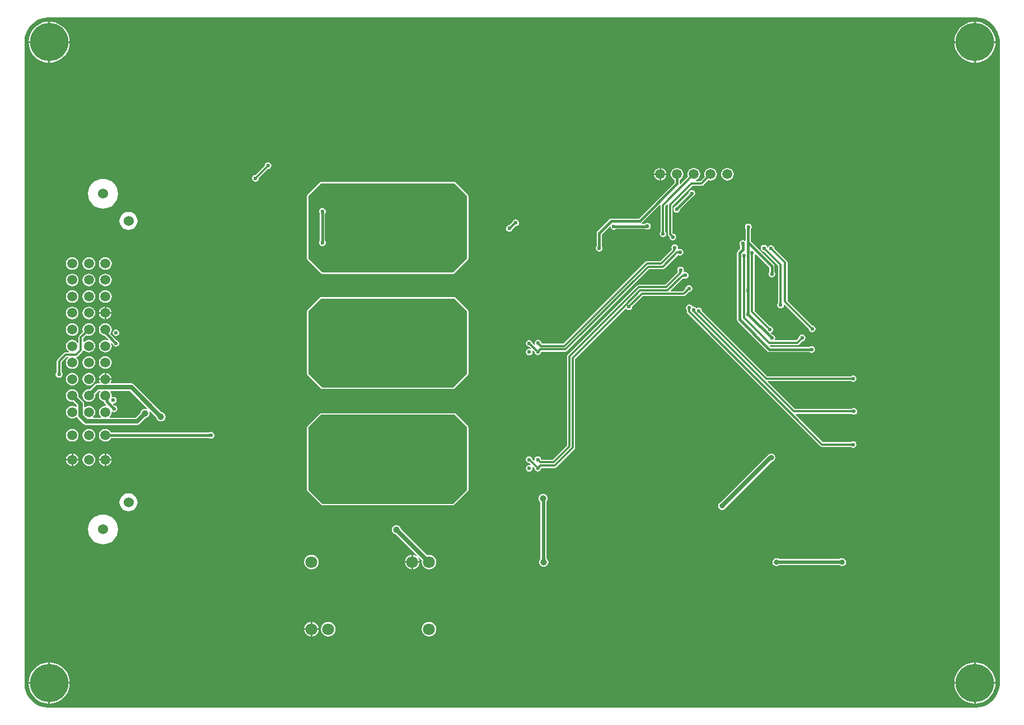
<source format=gbl>
G04*
G04 #@! TF.GenerationSoftware,Altium Limited,Altium Designer,22.2.1 (43)*
G04*
G04 Layer_Physical_Order=2*
G04 Layer_Color=16711680*
%FSAX44Y44*%
%MOMM*%
G71*
G04*
G04 #@! TF.SameCoordinates,153B5C95-5CF5-4743-8735-2B8DBF92E26D*
G04*
G04*
G04 #@! TF.FilePolarity,Positive*
G04*
G01*
G75*
%ADD59C,0.7000*%
%ADD60C,0.3810*%
%ADD61C,0.3000*%
%ADD62C,0.5000*%
%ADD63C,1.5000*%
%ADD64C,1.5240*%
%ADD65C,1.8000*%
%ADD66C,5.8000*%
%ADD67C,0.8000*%
%ADD68C,1.0000*%
%ADD69C,0.6000*%
G36*
X01947322Y01546810D02*
X01952064Y01545540D01*
X01956600Y01543661D01*
X01960851Y01541206D01*
X01964746Y01538218D01*
X01968218Y01534746D01*
X01971206Y01530851D01*
X01973661Y01526600D01*
X01975540Y01522064D01*
X01976810Y01517322D01*
X01977451Y01512455D01*
Y01510000D01*
Y00540000D01*
Y00537545D01*
X01976810Y00532678D01*
X01975540Y00527936D01*
X01973661Y00523400D01*
X01971206Y00519149D01*
X01968218Y00515254D01*
X01964746Y00511782D01*
X01960851Y00508794D01*
X01956600Y00506339D01*
X01952064Y00504460D01*
X01947322Y00503190D01*
X01942455Y00502549D01*
X00537545D01*
X00532678Y00503190D01*
X00527936Y00504460D01*
X00523400Y00506339D01*
X00519149Y00508794D01*
X00515254Y00511782D01*
X00511782Y00515254D01*
X00508794Y00519149D01*
X00506339Y00523400D01*
X00504460Y00527936D01*
X00503190Y00532678D01*
X00502549Y00537545D01*
Y00540000D01*
Y01510000D01*
Y01512455D01*
X00503190Y01517322D01*
X00504460Y01522064D01*
X00506339Y01526600D01*
X00508794Y01530851D01*
X00511782Y01534746D01*
X00515254Y01538218D01*
X00519149Y01541206D01*
X00523400Y01543661D01*
X00527936Y01545540D01*
X00532678Y01546810D01*
X00537545Y01547451D01*
X01942455D01*
X01947322Y01546810D01*
D02*
G37*
%LPC*%
G36*
X01941270Y01540996D02*
Y01511270D01*
X01970996D01*
X01970713Y01514865D01*
X01969574Y01519609D01*
X01967707Y01524117D01*
X01965157Y01528278D01*
X01961988Y01531988D01*
X01958278Y01535157D01*
X01954117Y01537707D01*
X01949609Y01539574D01*
X01944865Y01540713D01*
X01941270Y01540996D01*
D02*
G37*
G36*
X01938730D02*
X01935136Y01540713D01*
X01930391Y01539574D01*
X01925883Y01537707D01*
X01921722Y01535157D01*
X01918012Y01531988D01*
X01914843Y01528278D01*
X01912293Y01524117D01*
X01910426Y01519609D01*
X01909287Y01514865D01*
X01909004Y01511270D01*
X01938730D01*
Y01540996D01*
D02*
G37*
G36*
X00541270D02*
Y01511270D01*
X00570996D01*
X00570713Y01514865D01*
X00569574Y01519609D01*
X00567707Y01524117D01*
X00565157Y01528278D01*
X00561988Y01531988D01*
X00558278Y01535157D01*
X00554117Y01537707D01*
X00549609Y01539574D01*
X00544865Y01540713D01*
X00541270Y01540996D01*
D02*
G37*
G36*
X00538730D02*
X00535136Y01540713D01*
X00530391Y01539574D01*
X00525883Y01537707D01*
X00521722Y01535157D01*
X00518012Y01531988D01*
X00514843Y01528278D01*
X00512293Y01524117D01*
X00510426Y01519609D01*
X00509287Y01514865D01*
X00509004Y01511270D01*
X00538730D01*
Y01540996D01*
D02*
G37*
G36*
X01970996Y01508730D02*
X01941270D01*
Y01479004D01*
X01944865Y01479287D01*
X01949609Y01480426D01*
X01954117Y01482293D01*
X01958278Y01484843D01*
X01961988Y01488012D01*
X01965157Y01491722D01*
X01967707Y01495883D01*
X01969574Y01500391D01*
X01970713Y01505135D01*
X01970996Y01508730D01*
D02*
G37*
G36*
X01938730D02*
X01909004D01*
X01909287Y01505135D01*
X01910426Y01500391D01*
X01912293Y01495883D01*
X01914843Y01491722D01*
X01918012Y01488012D01*
X01921722Y01484843D01*
X01925883Y01482293D01*
X01930391Y01480426D01*
X01935136Y01479287D01*
X01938730Y01479004D01*
Y01508730D01*
D02*
G37*
G36*
X00570996D02*
X00541270D01*
Y01479004D01*
X00544865Y01479287D01*
X00549609Y01480426D01*
X00554117Y01482293D01*
X00558278Y01484843D01*
X00561988Y01488012D01*
X00565157Y01491722D01*
X00567707Y01495883D01*
X00569574Y01500391D01*
X00570713Y01505135D01*
X00570996Y01508730D01*
D02*
G37*
G36*
X00538730D02*
X00509004D01*
X00509287Y01505135D01*
X00510426Y01500391D01*
X00512293Y01495883D01*
X00514843Y01491722D01*
X00518012Y01488012D01*
X00521722Y01484843D01*
X00525883Y01482293D01*
X00530391Y01480426D01*
X00535136Y01479287D01*
X00538730Y01479004D01*
Y01508730D01*
D02*
G37*
G36*
X00871000Y01328098D02*
X00869049Y01327710D01*
X00867395Y01326605D01*
X00866290Y01324951D01*
X00865902Y01323000D01*
X00865911Y01322957D01*
X00852043Y01309090D01*
X00852000Y01309098D01*
X00850049Y01308710D01*
X00848395Y01307605D01*
X00847290Y01305951D01*
X00846902Y01304000D01*
X00847290Y01302049D01*
X00848395Y01300395D01*
X00850049Y01299290D01*
X00852000Y01298902D01*
X00853951Y01299290D01*
X00855605Y01300395D01*
X00856710Y01302049D01*
X00857098Y01304000D01*
X00857089Y01304043D01*
X00870957Y01317910D01*
X00871000Y01317902D01*
X00872951Y01318290D01*
X00874605Y01319395D01*
X00875710Y01321049D01*
X00876098Y01323000D01*
X00875710Y01324951D01*
X00874605Y01326605D01*
X00872951Y01327710D01*
X00871000Y01328098D01*
D02*
G37*
G36*
X01465470Y01319415D02*
Y01311270D01*
X01473615D01*
X01473455Y01312480D01*
X01472498Y01314791D01*
X01470975Y01316775D01*
X01468991Y01318298D01*
X01466680Y01319256D01*
X01465470Y01319415D01*
D02*
G37*
G36*
X01462930D02*
X01461720Y01319256D01*
X01459409Y01318298D01*
X01457424Y01316775D01*
X01455902Y01314791D01*
X01454944Y01312480D01*
X01454785Y01311270D01*
X01462930D01*
Y01319415D01*
D02*
G37*
G36*
X01473615Y01308730D02*
X01465470D01*
Y01300585D01*
X01466680Y01300744D01*
X01468991Y01301702D01*
X01470975Y01303224D01*
X01472498Y01305209D01*
X01473455Y01307520D01*
X01473615Y01308730D01*
D02*
G37*
G36*
X01462930D02*
X01454785D01*
X01454944Y01307520D01*
X01455902Y01305209D01*
X01457424Y01303224D01*
X01459409Y01301702D01*
X01461720Y01300744D01*
X01462930Y01300585D01*
Y01308730D01*
D02*
G37*
G36*
X01565800Y01319582D02*
X01563320Y01319256D01*
X01561009Y01318298D01*
X01559025Y01316775D01*
X01557502Y01314791D01*
X01556544Y01312480D01*
X01556218Y01310000D01*
X01556544Y01307520D01*
X01557502Y01305209D01*
X01559025Y01303224D01*
X01561009Y01301702D01*
X01563320Y01300744D01*
X01565800Y01300418D01*
X01568280Y01300744D01*
X01570591Y01301702D01*
X01572575Y01303224D01*
X01574098Y01305209D01*
X01575055Y01307520D01*
X01575382Y01310000D01*
X01575055Y01312480D01*
X01574098Y01314791D01*
X01572575Y01316775D01*
X01570591Y01318298D01*
X01568280Y01319256D01*
X01565800Y01319582D01*
D02*
G37*
G36*
X01540400D02*
X01537920Y01319256D01*
X01535609Y01318298D01*
X01533625Y01316775D01*
X01532102Y01314791D01*
X01531145Y01312480D01*
X01530818Y01310000D01*
X01531145Y01307520D01*
X01531651Y01306298D01*
X01525103Y01299750D01*
X01518398D01*
X01518145Y01301020D01*
X01519791Y01301702D01*
X01521775Y01303224D01*
X01523298Y01305209D01*
X01524255Y01307520D01*
X01524582Y01310000D01*
X01524255Y01312480D01*
X01523298Y01314791D01*
X01521775Y01316775D01*
X01519791Y01318298D01*
X01517480Y01319256D01*
X01515000Y01319582D01*
X01512520Y01319256D01*
X01510209Y01318298D01*
X01508224Y01316775D01*
X01506702Y01314791D01*
X01505744Y01312480D01*
X01505418Y01310000D01*
X01505744Y01307520D01*
X01506251Y01306298D01*
X01494708Y01294755D01*
X01493538Y01295381D01*
X01493582Y01295600D01*
Y01301366D01*
X01494391Y01301702D01*
X01496375Y01303224D01*
X01497898Y01305209D01*
X01498855Y01307520D01*
X01499182Y01310000D01*
X01498855Y01312480D01*
X01497898Y01314791D01*
X01496375Y01316775D01*
X01494391Y01318298D01*
X01492080Y01319256D01*
X01489600Y01319582D01*
X01487120Y01319256D01*
X01484809Y01318298D01*
X01482825Y01316775D01*
X01481302Y01314791D01*
X01480345Y01312480D01*
X01480018Y01310000D01*
X01480345Y01307520D01*
X01481302Y01305209D01*
X01482825Y01303224D01*
X01484809Y01301702D01*
X01485618Y01301366D01*
Y01297249D01*
X01431351Y01242981D01*
X01390000D01*
X01388476Y01242678D01*
X01387185Y01241815D01*
X01369185Y01223815D01*
X01368322Y01222524D01*
X01368018Y01221000D01*
Y01201041D01*
X01367290Y01199951D01*
X01366902Y01198000D01*
X01367290Y01196049D01*
X01368395Y01194395D01*
X01370049Y01193290D01*
X01372000Y01192902D01*
X01373951Y01193290D01*
X01375605Y01194395D01*
X01376710Y01196049D01*
X01377098Y01198000D01*
X01376710Y01199951D01*
X01375981Y01201041D01*
Y01219351D01*
X01387724Y01231094D01*
X01388989Y01230562D01*
X01389290Y01229049D01*
X01390395Y01227395D01*
X01392049Y01226290D01*
X01394000Y01225902D01*
X01395951Y01226290D01*
X01397265Y01227169D01*
X01441884D01*
X01442749Y01226590D01*
X01444700Y01226202D01*
X01446651Y01226590D01*
X01448305Y01227695D01*
X01449410Y01229349D01*
X01449798Y01231300D01*
X01449410Y01233251D01*
X01448305Y01234905D01*
X01446651Y01236010D01*
X01444700Y01236398D01*
X01442749Y01236010D01*
X01441434Y01235132D01*
X01436523D01*
X01436236Y01235559D01*
X01436032Y01236402D01*
X01463552Y01263922D01*
X01464723Y01263296D01*
X01464722Y01263290D01*
Y01223580D01*
X01464685Y01223556D01*
X01463580Y01221902D01*
X01463192Y01219951D01*
X01463580Y01218000D01*
X01464685Y01216346D01*
X01466339Y01215241D01*
X01468290Y01214853D01*
X01470241Y01215241D01*
X01471895Y01216346D01*
X01473000Y01218000D01*
X01473388Y01219951D01*
X01473000Y01221902D01*
X01471895Y01223556D01*
X01471859Y01223580D01*
Y01261812D01*
X01474204Y01264157D01*
X01474356Y01264138D01*
X01475431Y01263589D01*
Y01219257D01*
X01475703Y01217892D01*
X01476477Y01216734D01*
X01477953Y01215257D01*
X01477902Y01215000D01*
X01478290Y01213049D01*
X01479395Y01211395D01*
X01481049Y01210290D01*
X01483000Y01209902D01*
X01484951Y01210290D01*
X01486605Y01211395D01*
X01487710Y01213049D01*
X01488098Y01215000D01*
X01487710Y01216951D01*
X01486605Y01218605D01*
X01484951Y01219710D01*
X01483257Y01220047D01*
X01482569Y01220736D01*
Y01262522D01*
X01512659Y01292613D01*
X01526581D01*
X01527947Y01292885D01*
X01529105Y01293658D01*
X01536698Y01301251D01*
X01537920Y01300744D01*
X01540400Y01300418D01*
X01542880Y01300744D01*
X01545191Y01301702D01*
X01547175Y01303224D01*
X01548698Y01305209D01*
X01549655Y01307520D01*
X01549982Y01310000D01*
X01549655Y01312480D01*
X01548698Y01314791D01*
X01547175Y01316775D01*
X01545191Y01318298D01*
X01542880Y01319256D01*
X01540400Y01319582D01*
D02*
G37*
G36*
X00621500Y01303109D02*
X00617089Y01302674D01*
X00612848Y01301388D01*
X00608939Y01299299D01*
X00605513Y01296487D01*
X00602701Y01293061D01*
X00600612Y01289152D01*
X00599326Y01284911D01*
X00598891Y01280500D01*
X00599326Y01276089D01*
X00600612Y01271848D01*
X00602701Y01267939D01*
X00605513Y01264513D01*
X00608939Y01261701D01*
X00612848Y01259612D01*
X00617089Y01258326D01*
X00621500Y01257891D01*
X00625911Y01258326D01*
X00630152Y01259612D01*
X00634061Y01261701D01*
X00637487Y01264513D01*
X00640299Y01267939D01*
X00642388Y01271848D01*
X00643674Y01276089D01*
X00644109Y01280500D01*
X00643674Y01284911D01*
X00642388Y01289152D01*
X00640299Y01293061D01*
X00637487Y01296487D01*
X00634061Y01299299D01*
X00630152Y01301388D01*
X00625911Y01302674D01*
X00621500Y01303109D01*
D02*
G37*
G36*
X01512000Y01286098D02*
X01510049Y01285710D01*
X01508395Y01284605D01*
X01507290Y01282951D01*
X01506910Y01281041D01*
X01487711Y01261842D01*
X01487049Y01261710D01*
X01485395Y01260605D01*
X01484290Y01258951D01*
X01483902Y01257000D01*
X01484290Y01255049D01*
X01485395Y01253395D01*
X01487049Y01252290D01*
X01489000Y01251902D01*
X01490951Y01252290D01*
X01492605Y01253395D01*
X01493710Y01255049D01*
X01494090Y01256959D01*
X01513289Y01276159D01*
X01513951Y01276290D01*
X01515605Y01277395D01*
X01516710Y01279049D01*
X01517098Y01281000D01*
X01516710Y01282951D01*
X01515605Y01284605D01*
X01513951Y01285710D01*
X01512000Y01286098D01*
D02*
G37*
G36*
X01245574Y01241524D02*
X01243623Y01241136D01*
X01241969Y01240031D01*
X01240864Y01238377D01*
X01240606Y01237079D01*
X01236522Y01232994D01*
X01236000Y01233098D01*
X01234049Y01232710D01*
X01232395Y01231605D01*
X01231290Y01229951D01*
X01230902Y01228000D01*
X01231290Y01226049D01*
X01232395Y01224395D01*
X01234049Y01223290D01*
X01236000Y01222902D01*
X01237951Y01223290D01*
X01239605Y01224395D01*
X01240710Y01226049D01*
X01240968Y01227347D01*
X01245052Y01231432D01*
X01245574Y01231328D01*
X01247525Y01231716D01*
X01249179Y01232821D01*
X01250284Y01234475D01*
X01250672Y01236426D01*
X01250284Y01238377D01*
X01249179Y01240031D01*
X01247525Y01241136D01*
X01245574Y01241524D01*
D02*
G37*
G36*
X00660000Y01253117D02*
X00656476Y01252653D01*
X00653192Y01251292D01*
X00650372Y01249128D01*
X00648208Y01246308D01*
X00646848Y01243024D01*
X00646384Y01239500D01*
X00646848Y01235976D01*
X00648208Y01232692D01*
X00650372Y01229872D01*
X00653192Y01227708D01*
X00656476Y01226348D01*
X00660000Y01225883D01*
X00663524Y01226348D01*
X00666808Y01227708D01*
X00669628Y01229872D01*
X00671792Y01232692D01*
X00673152Y01235976D01*
X00673616Y01239500D01*
X00673152Y01243024D01*
X00671792Y01246308D01*
X00669628Y01249128D01*
X00666808Y01251292D01*
X00663524Y01252653D01*
X00660000Y01253117D01*
D02*
G37*
G36*
X01597374Y01235356D02*
X01595423Y01234968D01*
X01593770Y01233863D01*
X01592664Y01232209D01*
X01592276Y01230258D01*
X01592664Y01228307D01*
X01593018Y01227777D01*
Y01209856D01*
X01591749Y01209177D01*
X01590951Y01209710D01*
X01589000Y01210098D01*
X01587049Y01209710D01*
X01585395Y01208605D01*
X01584290Y01206951D01*
X01583902Y01205000D01*
X01584290Y01203049D01*
X01585018Y01201959D01*
Y01197649D01*
X01581185Y01193815D01*
X01580322Y01192524D01*
X01580018Y01191000D01*
Y01090000D01*
X01580322Y01088476D01*
X01581185Y01087185D01*
X01626335Y01042035D01*
X01627626Y01041172D01*
X01629150Y01040869D01*
X01689959D01*
X01691049Y01040140D01*
X01693000Y01039752D01*
X01694951Y01040140D01*
X01696605Y01041245D01*
X01697710Y01042899D01*
X01698098Y01044850D01*
X01697710Y01046801D01*
X01696605Y01048455D01*
X01694951Y01049560D01*
X01693000Y01049948D01*
X01691049Y01049560D01*
X01689959Y01048831D01*
X01630799D01*
X01629469Y01050161D01*
X01629995Y01051431D01*
X01671400D01*
X01672766Y01051703D01*
X01673923Y01052477D01*
X01678657Y01057210D01*
X01678700Y01057202D01*
X01680651Y01057590D01*
X01682305Y01058695D01*
X01683410Y01060349D01*
X01683798Y01062300D01*
X01683410Y01064251D01*
X01682305Y01065905D01*
X01680651Y01067010D01*
X01678700Y01067398D01*
X01676749Y01067010D01*
X01675095Y01065905D01*
X01673990Y01064251D01*
X01673602Y01062300D01*
X01673611Y01062257D01*
X01669922Y01058569D01*
X01638068D01*
X01637469Y01059689D01*
X01637710Y01060049D01*
X01638098Y01062000D01*
X01637710Y01063951D01*
X01636605Y01065605D01*
X01634951Y01066710D01*
X01633471Y01067004D01*
X01631431Y01069045D01*
X01631799Y01070260D01*
X01631951Y01070290D01*
X01633605Y01071395D01*
X01634710Y01073049D01*
X01635098Y01075000D01*
X01634710Y01076951D01*
X01633605Y01078605D01*
X01631951Y01079710D01*
X01630000Y01080098D01*
X01629957Y01080089D01*
X01606724Y01103323D01*
Y01187371D01*
X01606760Y01187395D01*
X01607676Y01188767D01*
X01609083Y01189156D01*
X01629019Y01169221D01*
Y01162041D01*
X01628290Y01160951D01*
X01627902Y01159000D01*
X01628290Y01157049D01*
X01629395Y01155395D01*
X01631049Y01154290D01*
X01633000Y01153902D01*
X01634951Y01154290D01*
X01636605Y01155395D01*
X01637710Y01157049D01*
X01638098Y01159000D01*
X01637710Y01160951D01*
X01636982Y01162041D01*
Y01170870D01*
X01636678Y01172393D01*
X01635815Y01173685D01*
X01600981Y01208519D01*
Y01226657D01*
X01602084Y01228307D01*
X01602472Y01230258D01*
X01602084Y01232209D01*
X01600979Y01233863D01*
X01599325Y01234968D01*
X01597374Y01235356D01*
D02*
G37*
G36*
X01486000Y01204098D02*
X01484049Y01203710D01*
X01482395Y01202605D01*
X01481290Y01200951D01*
X01480902Y01199000D01*
X01481290Y01197049D01*
X01481857Y01196200D01*
Y01195904D01*
X01464522Y01178569D01*
X01444000D01*
X01442634Y01178297D01*
X01441477Y01177523D01*
X01317522Y01053569D01*
X01285379D01*
X01284514Y01054416D01*
X01284126Y01056367D01*
X01283021Y01058021D01*
X01281367Y01059126D01*
X01279416Y01059514D01*
X01277465Y01059126D01*
X01275811Y01058021D01*
X01274706Y01056367D01*
X01274318Y01054416D01*
X01274706Y01052465D01*
X01274763Y01052380D01*
X01273776Y01051571D01*
X01270911Y01054435D01*
X01270610Y01055951D01*
X01269505Y01057605D01*
X01267851Y01058710D01*
X01265900Y01059098D01*
X01263949Y01058710D01*
X01262295Y01057605D01*
X01261190Y01055951D01*
X01260802Y01054000D01*
X01261190Y01052049D01*
X01262295Y01050395D01*
X01263949Y01049290D01*
X01265900Y01048902D01*
X01266276Y01048977D01*
X01268650Y01046604D01*
X01267851Y01045610D01*
X01265900Y01045998D01*
X01263949Y01045610D01*
X01262295Y01044505D01*
X01261190Y01042851D01*
X01260802Y01040900D01*
X01261190Y01038949D01*
X01262295Y01037295D01*
X01263949Y01036190D01*
X01265900Y01035802D01*
X01267851Y01036190D01*
X01269505Y01037295D01*
X01270610Y01038949D01*
X01270998Y01040900D01*
X01270610Y01042851D01*
X01271604Y01043650D01*
X01273911Y01041343D01*
X01273902Y01041300D01*
X01274290Y01039349D01*
X01275395Y01037695D01*
X01277049Y01036590D01*
X01279000Y01036202D01*
X01280951Y01036590D01*
X01282605Y01037695D01*
X01283710Y01039349D01*
X01284098Y01041300D01*
X01285320Y01041431D01*
X01321000D01*
X01322366Y01041703D01*
X01323523Y01042477D01*
X01447478Y01166431D01*
X01468000D01*
X01469366Y01166703D01*
X01470523Y01167477D01*
X01491023Y01187976D01*
X01492049Y01187290D01*
X01494000Y01186902D01*
X01495951Y01187290D01*
X01497605Y01188395D01*
X01498710Y01190049D01*
X01499098Y01192000D01*
X01498710Y01193951D01*
X01497605Y01195605D01*
X01495951Y01196710D01*
X01494000Y01197098D01*
X01492049Y01196710D01*
X01491806Y01196548D01*
X01491669Y01196610D01*
X01490777Y01197387D01*
X01491098Y01199000D01*
X01490710Y01200951D01*
X01489605Y01202605D01*
X01487951Y01203710D01*
X01486000Y01204098D01*
D02*
G37*
G36*
X00625000Y01184582D02*
X00622520Y01184256D01*
X00620209Y01183298D01*
X00618224Y01181776D01*
X00616702Y01179791D01*
X00615745Y01177480D01*
X00615418Y01175000D01*
X00615745Y01172520D01*
X00616702Y01170209D01*
X00618224Y01168225D01*
X00620209Y01166702D01*
X00622520Y01165745D01*
X00625000Y01165418D01*
X00627480Y01165745D01*
X00629791Y01166702D01*
X00631775Y01168225D01*
X00633298Y01170209D01*
X00634255Y01172520D01*
X00634582Y01175000D01*
X00634255Y01177480D01*
X00633298Y01179791D01*
X00631775Y01181776D01*
X00629791Y01183298D01*
X00627480Y01184256D01*
X00625000Y01184582D01*
D02*
G37*
G36*
X00600000D02*
X00597520Y01184256D01*
X00595209Y01183298D01*
X00593224Y01181776D01*
X00591702Y01179791D01*
X00590745Y01177480D01*
X00590418Y01175000D01*
X00590745Y01172520D01*
X00591702Y01170209D01*
X00593224Y01168225D01*
X00595209Y01166702D01*
X00597520Y01165745D01*
X00600000Y01165418D01*
X00602480Y01165745D01*
X00604791Y01166702D01*
X00606775Y01168225D01*
X00608298Y01170209D01*
X00609255Y01172520D01*
X00609582Y01175000D01*
X00609255Y01177480D01*
X00608298Y01179791D01*
X00606775Y01181776D01*
X00604791Y01183298D01*
X00602480Y01184256D01*
X00600000Y01184582D01*
D02*
G37*
G36*
X00575000D02*
X00572520Y01184256D01*
X00570209Y01183298D01*
X00568224Y01181776D01*
X00566702Y01179791D01*
X00565745Y01177480D01*
X00565418Y01175000D01*
X00565745Y01172520D01*
X00566702Y01170209D01*
X00568224Y01168225D01*
X00570209Y01166702D01*
X00572520Y01165745D01*
X00575000Y01165418D01*
X00577480Y01165745D01*
X00579791Y01166702D01*
X00581775Y01168225D01*
X00583298Y01170209D01*
X00584255Y01172520D01*
X00584582Y01175000D01*
X00584255Y01177480D01*
X00583298Y01179791D01*
X00581775Y01181776D01*
X00579791Y01183298D01*
X00577480Y01184256D01*
X00575000Y01184582D01*
D02*
G37*
G36*
X01153000Y01298289D02*
X00951000Y01298289D01*
X00950220Y01298134D01*
X00949558Y01297692D01*
X00930558Y01278692D01*
X00930116Y01278030D01*
X00929961Y01277250D01*
Y01182250D01*
X00930116Y01181470D01*
X00930558Y01180808D01*
X00951558Y01159808D01*
X00952220Y01159366D01*
X00953000Y01159211D01*
X01151000Y01159211D01*
X01151780Y01159366D01*
X01152442Y01159808D01*
X01173442Y01180808D01*
X01173884Y01181470D01*
X01174039Y01182250D01*
Y01277250D01*
X01173884Y01278030D01*
X01173442Y01278692D01*
X01154442Y01297692D01*
X01153780Y01298134D01*
X01153000Y01298289D01*
D02*
G37*
G36*
X01495000Y01170098D02*
X01493049Y01169710D01*
X01491395Y01168605D01*
X01490290Y01166951D01*
X01489902Y01165000D01*
X01490290Y01163049D01*
X01490976Y01162023D01*
X01471522Y01142569D01*
X01432000D01*
X01430634Y01142297D01*
X01429477Y01141523D01*
X01324477Y01036523D01*
X01323703Y01035366D01*
X01323431Y01034000D01*
Y00899478D01*
X01301522Y00877569D01*
X01285241D01*
X01284098Y00878000D01*
X01283710Y00879951D01*
X01282605Y00881605D01*
X01280951Y00882710D01*
X01279000Y00883098D01*
X01277049Y00882710D01*
X01275395Y00881605D01*
X01274290Y00879951D01*
X01273902Y00878000D01*
X01274091Y00877052D01*
X01272920Y00876427D01*
X01270911Y00878435D01*
X01270610Y00879951D01*
X01269505Y00881605D01*
X01267851Y00882710D01*
X01265900Y00883098D01*
X01263949Y00882710D01*
X01262295Y00881605D01*
X01261190Y00879951D01*
X01260802Y00878000D01*
X01261190Y00876049D01*
X01262295Y00874395D01*
X01263949Y00873290D01*
X01265900Y00872902D01*
X01266276Y00872977D01*
X01268650Y00870604D01*
X01267851Y00869610D01*
X01265900Y00869998D01*
X01263949Y00869610D01*
X01262295Y00868505D01*
X01261190Y00866851D01*
X01260802Y00864900D01*
X01261190Y00862949D01*
X01262295Y00861295D01*
X01263949Y00860190D01*
X01265900Y00859802D01*
X01267851Y00860190D01*
X01269505Y00861295D01*
X01270610Y00862949D01*
X01270998Y00864900D01*
X01270610Y00866851D01*
X01271604Y00867650D01*
X01273911Y00865343D01*
X01273902Y00865300D01*
X01274290Y00863349D01*
X01275395Y00861695D01*
X01277049Y00860590D01*
X01279000Y00860202D01*
X01280951Y00860590D01*
X01282605Y00861695D01*
X01283710Y00863349D01*
X01284098Y00865300D01*
X01285320Y00865431D01*
X01305000D01*
X01306366Y00865703D01*
X01307523Y00866477D01*
X01334523Y00893477D01*
X01335297Y00894634D01*
X01335569Y00896000D01*
Y01030522D01*
X01411554Y01106508D01*
X01412818Y01106383D01*
X01413240Y01105752D01*
X01414894Y01104647D01*
X01416845Y01104259D01*
X01418796Y01104647D01*
X01420450Y01105752D01*
X01421555Y01107406D01*
X01421943Y01109357D01*
X01421934Y01109399D01*
X01437966Y01125431D01*
X01499500D01*
X01500866Y01125703D01*
X01502023Y01126477D01*
X01507457Y01131911D01*
X01507500Y01131902D01*
X01509451Y01132290D01*
X01511105Y01133395D01*
X01512210Y01135049D01*
X01512598Y01137000D01*
X01512210Y01138951D01*
X01511105Y01140605D01*
X01509451Y01141710D01*
X01507500Y01142098D01*
X01505549Y01141710D01*
X01503895Y01140605D01*
X01502790Y01138951D01*
X01502402Y01137000D01*
X01502410Y01136957D01*
X01498022Y01132569D01*
X01480275D01*
X01479789Y01133742D01*
X01498904Y01152857D01*
X01499200D01*
X01500049Y01152290D01*
X01502000Y01151902D01*
X01503951Y01152290D01*
X01505605Y01153395D01*
X01506710Y01155049D01*
X01507098Y01157000D01*
X01506710Y01158951D01*
X01505605Y01160605D01*
X01503951Y01161710D01*
X01502000Y01162098D01*
X01500388Y01161777D01*
X01499610Y01162669D01*
X01499548Y01162806D01*
X01499710Y01163049D01*
X01500098Y01165000D01*
X01499710Y01166951D01*
X01498605Y01168605D01*
X01496951Y01169710D01*
X01495000Y01170098D01*
D02*
G37*
G36*
X00625000Y01159582D02*
X00622520Y01159256D01*
X00620209Y01158298D01*
X00618224Y01156776D01*
X00616702Y01154791D01*
X00615745Y01152480D01*
X00615418Y01150000D01*
X00615745Y01147520D01*
X00616702Y01145209D01*
X00618224Y01143225D01*
X00620209Y01141702D01*
X00622520Y01140745D01*
X00625000Y01140418D01*
X00627480Y01140745D01*
X00629791Y01141702D01*
X00631775Y01143225D01*
X00633298Y01145209D01*
X00634255Y01147520D01*
X00634582Y01150000D01*
X00634255Y01152480D01*
X00633298Y01154791D01*
X00631775Y01156776D01*
X00629791Y01158298D01*
X00627480Y01159256D01*
X00625000Y01159582D01*
D02*
G37*
G36*
X00600000D02*
X00597520Y01159256D01*
X00595209Y01158298D01*
X00593224Y01156776D01*
X00591702Y01154791D01*
X00590745Y01152480D01*
X00590418Y01150000D01*
X00590745Y01147520D01*
X00591702Y01145209D01*
X00593224Y01143225D01*
X00595209Y01141702D01*
X00597520Y01140745D01*
X00600000Y01140418D01*
X00602480Y01140745D01*
X00604791Y01141702D01*
X00606775Y01143225D01*
X00608298Y01145209D01*
X00609255Y01147520D01*
X00609582Y01150000D01*
X00609255Y01152480D01*
X00608298Y01154791D01*
X00606775Y01156776D01*
X00604791Y01158298D01*
X00602480Y01159256D01*
X00600000Y01159582D01*
D02*
G37*
G36*
X00575000D02*
X00572520Y01159256D01*
X00570209Y01158298D01*
X00568224Y01156776D01*
X00566702Y01154791D01*
X00565745Y01152480D01*
X00565418Y01150000D01*
X00565745Y01147520D01*
X00566702Y01145209D01*
X00568224Y01143225D01*
X00570209Y01141702D01*
X00572520Y01140745D01*
X00575000Y01140418D01*
X00577480Y01140745D01*
X00579791Y01141702D01*
X00581775Y01143225D01*
X00583298Y01145209D01*
X00584255Y01147520D01*
X00584582Y01150000D01*
X00584255Y01152480D01*
X00583298Y01154791D01*
X00581775Y01156776D01*
X00579791Y01158298D01*
X00577480Y01159256D01*
X00575000Y01159582D01*
D02*
G37*
G36*
X00625000Y01134582D02*
X00622520Y01134256D01*
X00620209Y01133298D01*
X00618224Y01131776D01*
X00616702Y01129791D01*
X00615745Y01127480D01*
X00615418Y01125000D01*
X00615745Y01122520D01*
X00616702Y01120209D01*
X00618224Y01118225D01*
X00620209Y01116702D01*
X00622520Y01115745D01*
X00625000Y01115418D01*
X00627480Y01115745D01*
X00629791Y01116702D01*
X00631775Y01118225D01*
X00633298Y01120209D01*
X00634255Y01122520D01*
X00634582Y01125000D01*
X00634255Y01127480D01*
X00633298Y01129791D01*
X00631775Y01131776D01*
X00629791Y01133298D01*
X00627480Y01134256D01*
X00625000Y01134582D01*
D02*
G37*
G36*
X00600000D02*
X00597520Y01134256D01*
X00595209Y01133298D01*
X00593224Y01131776D01*
X00591702Y01129791D01*
X00590745Y01127480D01*
X00590418Y01125000D01*
X00590745Y01122520D01*
X00591702Y01120209D01*
X00593224Y01118225D01*
X00595209Y01116702D01*
X00597520Y01115745D01*
X00600000Y01115418D01*
X00602480Y01115745D01*
X00604791Y01116702D01*
X00606775Y01118225D01*
X00608298Y01120209D01*
X00609255Y01122520D01*
X00609582Y01125000D01*
X00609255Y01127480D01*
X00608298Y01129791D01*
X00606775Y01131776D01*
X00604791Y01133298D01*
X00602480Y01134256D01*
X00600000Y01134582D01*
D02*
G37*
G36*
X00575000D02*
X00572520Y01134256D01*
X00570209Y01133298D01*
X00568224Y01131776D01*
X00566702Y01129791D01*
X00565745Y01127480D01*
X00565418Y01125000D01*
X00565745Y01122520D01*
X00566702Y01120209D01*
X00568224Y01118225D01*
X00570209Y01116702D01*
X00572520Y01115745D01*
X00575000Y01115418D01*
X00577480Y01115745D01*
X00579791Y01116702D01*
X00581775Y01118225D01*
X00583298Y01120209D01*
X00584255Y01122520D01*
X00584582Y01125000D01*
X00584255Y01127480D01*
X00583298Y01129791D01*
X00581775Y01131776D01*
X00579791Y01133298D01*
X00577480Y01134256D01*
X00575000Y01134582D01*
D02*
G37*
G36*
X00626270Y01109415D02*
Y01101270D01*
X00634415D01*
X00634255Y01102480D01*
X00633298Y01104791D01*
X00631775Y01106776D01*
X00629791Y01108298D01*
X00627480Y01109256D01*
X00626270Y01109415D01*
D02*
G37*
G36*
X00623730D02*
X00622520Y01109256D01*
X00620209Y01108298D01*
X00618224Y01106776D01*
X00616702Y01104791D01*
X00615745Y01102480D01*
X00615585Y01101270D01*
X00623730D01*
Y01109415D01*
D02*
G37*
G36*
X00634415Y01098730D02*
X00626270D01*
Y01090585D01*
X00627480Y01090745D01*
X00629791Y01091702D01*
X00631775Y01093225D01*
X00633298Y01095209D01*
X00634255Y01097520D01*
X00634415Y01098730D01*
D02*
G37*
G36*
X00623730D02*
X00615585D01*
X00615745Y01097520D01*
X00616702Y01095209D01*
X00618224Y01093225D01*
X00620209Y01091702D01*
X00622520Y01090745D01*
X00623730Y01090585D01*
Y01098730D01*
D02*
G37*
G36*
X00600000Y01109582D02*
X00597520Y01109256D01*
X00595209Y01108298D01*
X00593224Y01106776D01*
X00591702Y01104791D01*
X00590745Y01102480D01*
X00590418Y01100000D01*
X00590745Y01097520D01*
X00591702Y01095209D01*
X00593224Y01093225D01*
X00595209Y01091702D01*
X00597520Y01090745D01*
X00600000Y01090418D01*
X00602480Y01090745D01*
X00604791Y01091702D01*
X00606775Y01093225D01*
X00608298Y01095209D01*
X00609255Y01097520D01*
X00609582Y01100000D01*
X00609255Y01102480D01*
X00608298Y01104791D01*
X00606775Y01106776D01*
X00604791Y01108298D01*
X00602480Y01109256D01*
X00600000Y01109582D01*
D02*
G37*
G36*
X00575000D02*
X00572520Y01109256D01*
X00570209Y01108298D01*
X00568224Y01106776D01*
X00566702Y01104791D01*
X00565745Y01102480D01*
X00565418Y01100000D01*
X00565745Y01097520D01*
X00566702Y01095209D01*
X00568224Y01093225D01*
X00570209Y01091702D01*
X00572520Y01090745D01*
X00575000Y01090418D01*
X00577480Y01090745D01*
X00579791Y01091702D01*
X00581775Y01093225D01*
X00583298Y01095209D01*
X00584255Y01097520D01*
X00584582Y01100000D01*
X00584255Y01102480D01*
X00583298Y01104791D01*
X00581775Y01106776D01*
X00579791Y01108298D01*
X00577480Y01109256D01*
X00575000Y01109582D01*
D02*
G37*
G36*
X01621000Y01203098D02*
X01619049Y01202710D01*
X01617395Y01201605D01*
X01616290Y01199951D01*
X01615902Y01198000D01*
X01616290Y01196049D01*
X01617395Y01194395D01*
X01619049Y01193290D01*
X01621000Y01192902D01*
X01621043Y01192911D01*
X01642431Y01171522D01*
Y01115629D01*
X01642395Y01115605D01*
X01641290Y01113951D01*
X01640902Y01112000D01*
X01641290Y01110049D01*
X01642395Y01108395D01*
X01644049Y01107290D01*
X01646000Y01106902D01*
X01647951Y01107290D01*
X01649605Y01108395D01*
X01650710Y01110049D01*
X01651098Y01112000D01*
X01651083Y01112074D01*
X01652254Y01112700D01*
X01688911Y01076043D01*
X01688902Y01076000D01*
X01689290Y01074049D01*
X01690395Y01072395D01*
X01692049Y01071290D01*
X01694000Y01070902D01*
X01695951Y01071290D01*
X01697605Y01072395D01*
X01698710Y01074049D01*
X01699098Y01076000D01*
X01698710Y01077951D01*
X01697605Y01079605D01*
X01695951Y01080710D01*
X01694000Y01081098D01*
X01693957Y01081089D01*
X01656569Y01118478D01*
Y01176400D01*
X01656297Y01177766D01*
X01655523Y01178923D01*
X01636789Y01197657D01*
X01636798Y01197700D01*
X01636410Y01199651D01*
X01635305Y01201305D01*
X01633651Y01202410D01*
X01631700Y01202798D01*
X01629749Y01202410D01*
X01628095Y01201305D01*
X01627047Y01199737D01*
X01626691Y01199695D01*
X01625732Y01199838D01*
X01625710Y01199951D01*
X01624605Y01201605D01*
X01622951Y01202710D01*
X01621000Y01203098D01*
D02*
G37*
G36*
X00600000Y01084582D02*
X00597520Y01084256D01*
X00595209Y01083298D01*
X00593224Y01081776D01*
X00591702Y01079791D01*
X00590745Y01077480D01*
X00590418Y01075000D01*
X00590745Y01072520D01*
X00591251Y01071298D01*
X00585477Y01065523D01*
X00584703Y01064366D01*
X00584431Y01063000D01*
Y01055317D01*
X00583824Y01055035D01*
X00583161Y01054969D01*
X00581775Y01056776D01*
X00579791Y01058298D01*
X00577480Y01059256D01*
X00575000Y01059582D01*
X00572520Y01059256D01*
X00570209Y01058298D01*
X00568224Y01056776D01*
X00566702Y01054791D01*
X00565745Y01052480D01*
X00565418Y01050000D01*
X00565745Y01047520D01*
X00566702Y01045209D01*
X00568224Y01043225D01*
X00570031Y01041839D01*
X00569965Y01041177D01*
X00569683Y01040569D01*
X00565000D01*
X00563634Y01040297D01*
X00562477Y01039523D01*
X00552477Y01029523D01*
X00551703Y01028366D01*
X00551431Y01027000D01*
Y01010629D01*
X00551395Y01010605D01*
X00550290Y01008951D01*
X00549902Y01007000D01*
X00550290Y01005049D01*
X00551395Y01003395D01*
X00553049Y01002290D01*
X00555000Y01001902D01*
X00556951Y01002290D01*
X00558605Y01003395D01*
X00559710Y01005049D01*
X00560098Y01007000D01*
X00559710Y01008951D01*
X00558605Y01010605D01*
X00558569Y01010629D01*
Y01025522D01*
X00566478Y01033431D01*
X00568296D01*
X00568727Y01032161D01*
X00568224Y01031776D01*
X00566702Y01029791D01*
X00565745Y01027480D01*
X00565418Y01025000D01*
X00565745Y01022520D01*
X00566702Y01020209D01*
X00568224Y01018225D01*
X00570209Y01016702D01*
X00572520Y01015745D01*
X00575000Y01015418D01*
X00577480Y01015745D01*
X00579791Y01016702D01*
X00581775Y01018225D01*
X00583298Y01020209D01*
X00584255Y01022520D01*
X00584582Y01025000D01*
X00584255Y01027480D01*
X00583298Y01029791D01*
X00581775Y01031776D01*
X00581238Y01032188D01*
X00581559Y01033543D01*
X00582366Y01033703D01*
X00583523Y01034477D01*
X00590523Y01041477D01*
X00591297Y01042634D01*
X00591457Y01043441D01*
X00592812Y01043762D01*
X00593224Y01043225D01*
X00595209Y01041702D01*
X00597520Y01040745D01*
X00600000Y01040418D01*
X00602480Y01040745D01*
X00604791Y01041702D01*
X00606775Y01043225D01*
X00608298Y01045209D01*
X00609255Y01047520D01*
X00609582Y01050000D01*
X00609255Y01052480D01*
X00608298Y01054791D01*
X00606775Y01056776D01*
X00604791Y01058298D01*
X00602480Y01059256D01*
X00600000Y01059582D01*
X00597520Y01059256D01*
X00595209Y01058298D01*
X00593224Y01056776D01*
X00592839Y01056273D01*
X00591569Y01056704D01*
Y01061522D01*
X00596298Y01066251D01*
X00597520Y01065745D01*
X00600000Y01065418D01*
X00602480Y01065745D01*
X00604791Y01066702D01*
X00606775Y01068225D01*
X00608298Y01070209D01*
X00609255Y01072520D01*
X00609582Y01075000D01*
X00609255Y01077480D01*
X00608298Y01079791D01*
X00606775Y01081776D01*
X00604791Y01083298D01*
X00602480Y01084256D01*
X00600000Y01084582D01*
D02*
G37*
G36*
X00575000D02*
X00572520Y01084256D01*
X00570209Y01083298D01*
X00568224Y01081776D01*
X00566702Y01079791D01*
X00565745Y01077480D01*
X00565418Y01075000D01*
X00565745Y01072520D01*
X00566702Y01070209D01*
X00568224Y01068225D01*
X00570209Y01066702D01*
X00572520Y01065745D01*
X00575000Y01065418D01*
X00577480Y01065745D01*
X00579791Y01066702D01*
X00581775Y01068225D01*
X00583298Y01070209D01*
X00584255Y01072520D01*
X00584582Y01075000D01*
X00584255Y01077480D01*
X00583298Y01079791D01*
X00581775Y01081776D01*
X00579791Y01083298D01*
X00577480Y01084256D01*
X00575000Y01084582D01*
D02*
G37*
G36*
X00641000Y01075098D02*
X00639049Y01074710D01*
X00637395Y01073605D01*
X00636290Y01071951D01*
X00635902Y01070000D01*
X00636290Y01068049D01*
X00637395Y01066395D01*
X00639049Y01065290D01*
X00641000Y01064902D01*
X00642951Y01065290D01*
X00644605Y01066395D01*
X00645710Y01068049D01*
X00646098Y01070000D01*
X00645710Y01071951D01*
X00644605Y01073605D01*
X00642951Y01074710D01*
X00641000Y01075098D01*
D02*
G37*
G36*
X00625000Y01084582D02*
X00622520Y01084256D01*
X00620209Y01083298D01*
X00618224Y01081776D01*
X00616702Y01079791D01*
X00615745Y01077480D01*
X00615418Y01075000D01*
X00615745Y01072520D01*
X00616702Y01070209D01*
X00618224Y01068225D01*
X00620209Y01066702D01*
X00622520Y01065745D01*
X00623986Y01065552D01*
X00624326Y01065044D01*
X00629630Y01059740D01*
X00628910Y01058663D01*
X00627480Y01059256D01*
X00625000Y01059582D01*
X00622520Y01059256D01*
X00620209Y01058298D01*
X00618224Y01056776D01*
X00616702Y01054791D01*
X00615745Y01052480D01*
X00615418Y01050000D01*
X00615745Y01047520D01*
X00616702Y01045209D01*
X00618224Y01043225D01*
X00620209Y01041702D01*
X00622520Y01040745D01*
X00625000Y01040418D01*
X00627480Y01040745D01*
X00629791Y01041702D01*
X00631775Y01043225D01*
X00633298Y01045209D01*
X00634255Y01047520D01*
X00634582Y01050000D01*
X00634255Y01052480D01*
X00633663Y01053910D01*
X00634740Y01054630D01*
X00636034Y01053335D01*
X00636290Y01052049D01*
X00637395Y01050395D01*
X00639049Y01049290D01*
X00641000Y01048902D01*
X00642951Y01049290D01*
X00644605Y01050395D01*
X00645710Y01052049D01*
X00646098Y01054000D01*
X00645710Y01055951D01*
X00644605Y01057605D01*
X00642951Y01058710D01*
X00641665Y01058966D01*
X00632049Y01068581D01*
X00633298Y01070209D01*
X00634255Y01072520D01*
X00634582Y01075000D01*
X00634255Y01077480D01*
X00633298Y01079791D01*
X00631775Y01081776D01*
X00629791Y01083298D01*
X00627480Y01084256D01*
X00625000Y01084582D01*
D02*
G37*
G36*
Y01034582D02*
X00622520Y01034256D01*
X00620209Y01033298D01*
X00618224Y01031776D01*
X00616702Y01029791D01*
X00615745Y01027480D01*
X00615418Y01025000D01*
X00615745Y01022520D01*
X00616702Y01020209D01*
X00618224Y01018225D01*
X00620209Y01016702D01*
X00622520Y01015745D01*
X00625000Y01015418D01*
X00627480Y01015745D01*
X00629791Y01016702D01*
X00631775Y01018225D01*
X00633298Y01020209D01*
X00634255Y01022520D01*
X00634582Y01025000D01*
X00634255Y01027480D01*
X00633298Y01029791D01*
X00631775Y01031776D01*
X00629791Y01033298D01*
X00627480Y01034256D01*
X00625000Y01034582D01*
D02*
G37*
G36*
X00600000D02*
X00597520Y01034256D01*
X00595209Y01033298D01*
X00593224Y01031776D01*
X00591702Y01029791D01*
X00590745Y01027480D01*
X00590418Y01025000D01*
X00590745Y01022520D01*
X00591702Y01020209D01*
X00593224Y01018225D01*
X00595209Y01016702D01*
X00597520Y01015745D01*
X00600000Y01015418D01*
X00602480Y01015745D01*
X00604791Y01016702D01*
X00606775Y01018225D01*
X00608298Y01020209D01*
X00609255Y01022520D01*
X00609582Y01025000D01*
X00609255Y01027480D01*
X00608298Y01029791D01*
X00606775Y01031776D01*
X00604791Y01033298D01*
X00602480Y01034256D01*
X00600000Y01034582D01*
D02*
G37*
G36*
X00626270Y01009415D02*
Y01001270D01*
X00634415D01*
X00634255Y01002480D01*
X00633298Y01004791D01*
X00631775Y01006776D01*
X00629791Y01008298D01*
X00627480Y01009256D01*
X00626270Y01009415D01*
D02*
G37*
G36*
X00623730D02*
X00622520Y01009256D01*
X00620209Y01008298D01*
X00618224Y01006776D01*
X00616702Y01004791D01*
X00615745Y01002480D01*
X00615585Y01001270D01*
X00623730D01*
Y01009415D01*
D02*
G37*
G36*
X01508205Y01112933D02*
X01506254Y01112545D01*
X01504600Y01111440D01*
X01503495Y01109786D01*
X01503107Y01107835D01*
X01503495Y01105884D01*
X01504600Y01104230D01*
X01504636Y01104206D01*
Y01101795D01*
X01504908Y01100430D01*
X01505681Y01099272D01*
X01706477Y00898477D01*
X01707634Y00897703D01*
X01709000Y00897431D01*
X01752297D01*
X01752321Y00897395D01*
X01753975Y00896290D01*
X01755926Y00895902D01*
X01757876Y00896290D01*
X01759530Y00897395D01*
X01760636Y00899049D01*
X01761024Y00901000D01*
X01760636Y00902951D01*
X01759530Y00904605D01*
X01757876Y00905710D01*
X01755926Y00906098D01*
X01753975Y00905710D01*
X01752321Y00904605D01*
X01752297Y00904569D01*
X01710478D01*
X01668789Y00946258D01*
X01669275Y00947431D01*
X01753371D01*
X01753395Y00947395D01*
X01755049Y00946290D01*
X01757000Y00945902D01*
X01758951Y00946290D01*
X01760605Y00947395D01*
X01761710Y00949049D01*
X01762098Y00951000D01*
X01761710Y00952951D01*
X01760605Y00954605D01*
X01758951Y00955710D01*
X01757000Y00956098D01*
X01755049Y00955710D01*
X01753395Y00954605D01*
X01753371Y00954569D01*
X01667478D01*
X01626189Y00995858D01*
X01626675Y00997031D01*
X01752297D01*
X01752321Y00996995D01*
X01753975Y00995890D01*
X01755926Y00995502D01*
X01757876Y00995890D01*
X01759530Y00996995D01*
X01760636Y00998649D01*
X01761024Y01000600D01*
X01760636Y01002551D01*
X01759530Y01004205D01*
X01757876Y01005310D01*
X01755926Y01005698D01*
X01753975Y01005310D01*
X01752321Y01004205D01*
X01752297Y01004169D01*
X01626010D01*
X01527020Y01103158D01*
X01527029Y01103201D01*
X01526641Y01105152D01*
X01525536Y01106806D01*
X01523882Y01107911D01*
X01521931Y01108299D01*
X01519980Y01107911D01*
X01518899Y01107189D01*
X01518265Y01108139D01*
X01516611Y01109244D01*
X01514660Y01109632D01*
X01513011Y01109304D01*
X01512915Y01109786D01*
X01511810Y01111440D01*
X01510156Y01112545D01*
X01508205Y01112933D01*
D02*
G37*
G36*
X00600000Y01009582D02*
X00597520Y01009256D01*
X00595209Y01008298D01*
X00593224Y01006776D01*
X00591702Y01004791D01*
X00590745Y01002480D01*
X00590418Y01000000D01*
X00590745Y00997520D01*
X00591702Y00995209D01*
X00593224Y00993225D01*
X00595209Y00991702D01*
X00597520Y00990745D01*
X00600000Y00990418D01*
X00602480Y00990745D01*
X00604791Y00991702D01*
X00606775Y00993225D01*
X00608298Y00995209D01*
X00609255Y00997520D01*
X00609582Y01000000D01*
X00609255Y01002480D01*
X00608298Y01004791D01*
X00606775Y01006776D01*
X00604791Y01008298D01*
X00602480Y01009256D01*
X00600000Y01009582D01*
D02*
G37*
G36*
X00575000D02*
X00572520Y01009256D01*
X00570209Y01008298D01*
X00568224Y01006776D01*
X00566702Y01004791D01*
X00565745Y01002480D01*
X00565418Y01000000D01*
X00565745Y00997520D01*
X00566702Y00995209D01*
X00568224Y00993225D01*
X00570209Y00991702D01*
X00572520Y00990745D01*
X00575000Y00990418D01*
X00577480Y00990745D01*
X00579791Y00991702D01*
X00581775Y00993225D01*
X00583298Y00995209D01*
X00584255Y00997520D01*
X00584582Y01000000D01*
X00584255Y01002480D01*
X00583298Y01004791D01*
X00581775Y01006776D01*
X00579791Y01008298D01*
X00577480Y01009256D01*
X00575000Y01009582D01*
D02*
G37*
G36*
X01153000Y01124039D02*
X00951000Y01124039D01*
X00950220Y01123884D01*
X00949558Y01123442D01*
X00930558Y01104442D01*
X00930116Y01103780D01*
X00929961Y01103000D01*
Y01008000D01*
X00930116Y01007220D01*
X00930558Y01006558D01*
X00951558Y00985558D01*
X00952220Y00985116D01*
X00953000Y00984961D01*
X01151000Y00984961D01*
X01151780Y00985116D01*
X01152442Y00985558D01*
X01173442Y01006558D01*
X01173884Y01007220D01*
X01174039Y01008000D01*
Y01103000D01*
X01173884Y01103780D01*
X01173442Y01104442D01*
X01154442Y01123442D01*
X01153780Y01123884D01*
X01153000Y01124039D01*
D02*
G37*
G36*
X00634415Y00998730D02*
X00625000D01*
X00615585D01*
X00615745Y00997520D01*
X00616702Y00995209D01*
X00617248Y00994497D01*
X00616687Y00993358D01*
X00612750D01*
X00610604Y00992931D01*
X00608785Y00991715D01*
X00601459Y00984390D01*
X00600000Y00984582D01*
X00597520Y00984256D01*
X00595209Y00983298D01*
X00593224Y00981776D01*
X00591702Y00979791D01*
X00590745Y00977480D01*
X00590418Y00975000D01*
X00590745Y00972520D01*
X00591702Y00970209D01*
X00593224Y00968225D01*
X00595209Y00966702D01*
X00597520Y00965745D01*
X00600000Y00965418D01*
X00602480Y00965745D01*
X00604791Y00966702D01*
X00606775Y00968225D01*
X00608298Y00970209D01*
X00609255Y00972520D01*
X00609582Y00975000D01*
X00609390Y00976459D01*
X00615073Y00982142D01*
X00616905D01*
X00617532Y00980872D01*
X00616702Y00979791D01*
X00615745Y00977480D01*
X00615418Y00975000D01*
X00615745Y00972520D01*
X00616702Y00970209D01*
X00618224Y00968225D01*
X00620209Y00966702D01*
X00622520Y00965745D01*
X00623112Y00965667D01*
X00623356Y00964442D01*
X00624219Y00963150D01*
X00626735Y00960635D01*
X00626142Y00959432D01*
X00625000Y00959582D01*
X00622520Y00959256D01*
X00620209Y00958298D01*
X00618224Y00956776D01*
X00616702Y00954791D01*
X00615745Y00952480D01*
X00615418Y00950000D01*
X00615745Y00947520D01*
X00616702Y00945209D01*
X00618224Y00943225D01*
X00618676Y00942878D01*
X00618245Y00941608D01*
X00606755D01*
X00606324Y00942878D01*
X00606775Y00943225D01*
X00608298Y00945209D01*
X00609255Y00947520D01*
X00609582Y00950000D01*
X00609255Y00952480D01*
X00608298Y00954791D01*
X00606775Y00956776D01*
X00604791Y00958298D01*
X00602480Y00959256D01*
X00600000Y00959582D01*
X00597520Y00959256D01*
X00595209Y00958298D01*
X00594128Y00957468D01*
X00592858Y00958095D01*
Y00962750D01*
X00592431Y00964896D01*
X00591215Y00966715D01*
X00584390Y00973541D01*
X00584582Y00975000D01*
X00584255Y00977480D01*
X00583298Y00979791D01*
X00581775Y00981776D01*
X00579791Y00983298D01*
X00577480Y00984256D01*
X00575000Y00984582D01*
X00572520Y00984256D01*
X00570209Y00983298D01*
X00568224Y00981776D01*
X00566702Y00979791D01*
X00565745Y00977480D01*
X00565418Y00975000D01*
X00565745Y00972520D01*
X00566702Y00970209D01*
X00568224Y00968225D01*
X00570209Y00966702D01*
X00572520Y00965745D01*
X00575000Y00965418D01*
X00576459Y00965610D01*
X00581642Y00960427D01*
Y00958313D01*
X00580503Y00957752D01*
X00579791Y00958298D01*
X00577480Y00959256D01*
X00575000Y00959582D01*
X00572520Y00959256D01*
X00570209Y00958298D01*
X00568224Y00956776D01*
X00566702Y00954791D01*
X00565745Y00952480D01*
X00565418Y00950000D01*
X00565745Y00947520D01*
X00566702Y00945209D01*
X00568224Y00943225D01*
X00570209Y00941702D01*
X00572520Y00940744D01*
X00575000Y00940418D01*
X00577480Y00940744D01*
X00579791Y00941702D01*
X00580744Y00942433D01*
X00581148Y00942386D01*
X00582259Y00941995D01*
X00583285Y00940461D01*
X00591711Y00932035D01*
X00593530Y00930819D01*
X00595676Y00930392D01*
X00673000D01*
X00675146Y00930819D01*
X00676965Y00932035D01*
X00686002Y00941071D01*
X00686827Y00941180D01*
X00688530Y00941886D01*
X00689992Y00943008D01*
X00691115Y00944470D01*
X00691820Y00946173D01*
X00692060Y00948000D01*
X00691820Y00949827D01*
X00691377Y00950896D01*
X00692454Y00951616D01*
X00702072Y00941998D01*
X00702180Y00941173D01*
X00702886Y00939470D01*
X00704008Y00938008D01*
X00705470Y00936886D01*
X00707173Y00936180D01*
X00709000Y00935940D01*
X00710827Y00936180D01*
X00712530Y00936886D01*
X00713992Y00938008D01*
X00715115Y00939470D01*
X00715820Y00941173D01*
X00716060Y00943000D01*
X00715820Y00944827D01*
X00715115Y00946530D01*
X00713992Y00947992D01*
X00712530Y00949115D01*
X00710827Y00949820D01*
X00710002Y00949929D01*
X00668215Y00991715D01*
X00666396Y00992931D01*
X00664250Y00993358D01*
X00633313D01*
X00632752Y00994497D01*
X00633298Y00995209D01*
X00634255Y00997520D01*
X00634415Y00998730D01*
D02*
G37*
G36*
X00625000Y00924582D02*
X00622520Y00924256D01*
X00620209Y00923298D01*
X00618224Y00921776D01*
X00616702Y00919791D01*
X00615745Y00917480D01*
X00615418Y00915000D01*
X00615745Y00912520D01*
X00616702Y00910209D01*
X00618224Y00908225D01*
X00620209Y00906702D01*
X00622520Y00905745D01*
X00625000Y00905418D01*
X00627480Y00905745D01*
X00629791Y00906702D01*
X00631775Y00908225D01*
X00633298Y00910209D01*
X00633633Y00911019D01*
X00781959D01*
X00783049Y00910290D01*
X00785000Y00909902D01*
X00786951Y00910290D01*
X00788605Y00911395D01*
X00789710Y00913049D01*
X00790098Y00915000D01*
X00789710Y00916951D01*
X00788605Y00918605D01*
X00786951Y00919710D01*
X00785000Y00920098D01*
X00783049Y00919710D01*
X00781959Y00918981D01*
X00633633D01*
X00633298Y00919791D01*
X00631775Y00921776D01*
X00629791Y00923298D01*
X00627480Y00924256D01*
X00625000Y00924582D01*
D02*
G37*
G36*
X00600000D02*
X00597520Y00924256D01*
X00595209Y00923298D01*
X00593224Y00921776D01*
X00591702Y00919791D01*
X00590745Y00917480D01*
X00590418Y00915000D01*
X00590745Y00912520D01*
X00591702Y00910209D01*
X00593224Y00908225D01*
X00595209Y00906702D01*
X00597520Y00905745D01*
X00600000Y00905418D01*
X00602480Y00905745D01*
X00604791Y00906702D01*
X00606775Y00908225D01*
X00608298Y00910209D01*
X00609255Y00912520D01*
X00609582Y00915000D01*
X00609255Y00917480D01*
X00608298Y00919791D01*
X00606775Y00921776D01*
X00604791Y00923298D01*
X00602480Y00924256D01*
X00600000Y00924582D01*
D02*
G37*
G36*
X00575000D02*
X00572520Y00924256D01*
X00570209Y00923298D01*
X00568224Y00921776D01*
X00566702Y00919791D01*
X00565745Y00917480D01*
X00565418Y00915000D01*
X00565745Y00912520D01*
X00566702Y00910209D01*
X00568224Y00908225D01*
X00570209Y00906702D01*
X00572520Y00905745D01*
X00575000Y00905418D01*
X00577480Y00905745D01*
X00579791Y00906702D01*
X00581775Y00908225D01*
X00583298Y00910209D01*
X00584255Y00912520D01*
X00584582Y00915000D01*
X00584255Y00917480D01*
X00583298Y00919791D01*
X00581775Y00921776D01*
X00579791Y00923298D01*
X00577480Y00924256D01*
X00575000Y00924582D01*
D02*
G37*
G36*
X00626270Y00887415D02*
Y00879270D01*
X00634415D01*
X00634255Y00880480D01*
X00633298Y00882791D01*
X00631775Y00884775D01*
X00629791Y00886298D01*
X00627480Y00887255D01*
X00626270Y00887415D01*
D02*
G37*
G36*
X00576270D02*
Y00879270D01*
X00584415D01*
X00584255Y00880480D01*
X00583298Y00882791D01*
X00581775Y00884775D01*
X00579791Y00886298D01*
X00577480Y00887255D01*
X00576270Y00887415D01*
D02*
G37*
G36*
X00623730Y00887415D02*
X00622520Y00887255D01*
X00620209Y00886298D01*
X00618224Y00884775D01*
X00616702Y00882791D01*
X00615745Y00880480D01*
X00615585Y00879270D01*
X00623730D01*
Y00887415D01*
D02*
G37*
G36*
X00573730D02*
X00572520Y00887255D01*
X00570209Y00886298D01*
X00568224Y00884775D01*
X00566702Y00882791D01*
X00565745Y00880480D01*
X00565585Y00879270D01*
X00573730D01*
Y00887415D01*
D02*
G37*
G36*
X00634415Y00876730D02*
X00626270D01*
Y00868585D01*
X00627480Y00868745D01*
X00629791Y00869702D01*
X00631775Y00871225D01*
X00633298Y00873209D01*
X00634255Y00875520D01*
X00634415Y00876730D01*
D02*
G37*
G36*
X00584415D02*
X00576270D01*
Y00868585D01*
X00577480Y00868745D01*
X00579791Y00869702D01*
X00581775Y00871225D01*
X00583298Y00873209D01*
X00584255Y00875520D01*
X00584415Y00876730D01*
D02*
G37*
G36*
X00623730D02*
X00615585D01*
X00615745Y00875520D01*
X00616702Y00873209D01*
X00618224Y00871225D01*
X00620209Y00869702D01*
X00622520Y00868745D01*
X00623730Y00868585D01*
Y00876730D01*
D02*
G37*
G36*
X00573730D02*
X00565585D01*
X00565745Y00875520D01*
X00566702Y00873209D01*
X00568224Y00871225D01*
X00570209Y00869702D01*
X00572520Y00868745D01*
X00573730Y00868585D01*
Y00876730D01*
D02*
G37*
G36*
X00600000Y00887582D02*
X00597520Y00887255D01*
X00595209Y00886298D01*
X00593224Y00884775D01*
X00591702Y00882791D01*
X00590745Y00880480D01*
X00590418Y00878000D01*
X00590745Y00875520D01*
X00591702Y00873209D01*
X00593224Y00871225D01*
X00595209Y00869702D01*
X00597520Y00868745D01*
X00600000Y00868418D01*
X00602480Y00868745D01*
X00604791Y00869702D01*
X00606775Y00871225D01*
X00608298Y00873209D01*
X00609255Y00875520D01*
X00609582Y00878000D01*
X00609255Y00880480D01*
X00608298Y00882791D01*
X00606775Y00884775D01*
X00604791Y00886298D01*
X00602480Y00887255D01*
X00600000Y00887582D01*
D02*
G37*
G36*
X01153000Y00948289D02*
X00951000Y00948289D01*
X00950220Y00948134D01*
X00949558Y00947692D01*
X00930558Y00928692D01*
X00930116Y00928030D01*
X00929961Y00927250D01*
Y00832250D01*
X00930116Y00831470D01*
X00930558Y00830808D01*
X00951558Y00809808D01*
X00952220Y00809366D01*
X00953000Y00809211D01*
X01151000Y00809211D01*
X01151780Y00809366D01*
X01152442Y00809808D01*
X01173442Y00830808D01*
X01173884Y00831470D01*
X01174039Y00832250D01*
Y00927250D01*
X01173884Y00928030D01*
X01173442Y00928692D01*
X01154442Y00947692D01*
X01153780Y00948134D01*
X01153000Y00948289D01*
D02*
G37*
G36*
X01632000Y00887117D02*
X01629659Y00886652D01*
X01628670Y00885991D01*
X01628663Y00885990D01*
X01626843Y00884774D01*
X01555737Y00813667D01*
X01555659Y00813652D01*
X01553674Y00812326D01*
X01552348Y00810341D01*
X01551882Y00808000D01*
X01552348Y00805659D01*
X01553674Y00803674D01*
X01555659Y00802348D01*
X01558000Y00801882D01*
X01560341Y00802348D01*
X01562326Y00803674D01*
X01563652Y00805659D01*
X01563667Y00805737D01*
X01633015Y00875084D01*
X01634341Y00875348D01*
X01636326Y00876674D01*
X01637652Y00878659D01*
X01638118Y00881000D01*
X01637652Y00883341D01*
X01636326Y00885326D01*
X01634341Y00886652D01*
X01632000Y00887117D01*
D02*
G37*
G36*
X00660000Y00827116D02*
X00656476Y00826653D01*
X00653192Y00825292D01*
X00650372Y00823128D01*
X00648208Y00820308D01*
X00646848Y00817024D01*
X00646384Y00813500D01*
X00646848Y00809976D01*
X00648208Y00806692D01*
X00650372Y00803872D01*
X00653192Y00801708D01*
X00656476Y00800348D01*
X00660000Y00799883D01*
X00663524Y00800348D01*
X00666808Y00801708D01*
X00669628Y00803872D01*
X00671792Y00806692D01*
X00673152Y00809976D01*
X00673616Y00813500D01*
X00673152Y00817024D01*
X00671792Y00820308D01*
X00669628Y00823128D01*
X00666808Y00825292D01*
X00663524Y00826653D01*
X00660000Y00827116D01*
D02*
G37*
G36*
X00621500Y00795109D02*
X00617089Y00794674D01*
X00612848Y00793388D01*
X00608939Y00791299D01*
X00605513Y00788487D01*
X00602701Y00785061D01*
X00600612Y00781152D01*
X00599326Y00776911D01*
X00598891Y00772500D01*
X00599326Y00768089D01*
X00600612Y00763848D01*
X00602701Y00759939D01*
X00605513Y00756513D01*
X00608939Y00753701D01*
X00612848Y00751612D01*
X00617089Y00750326D01*
X00621500Y00749891D01*
X00625911Y00750326D01*
X00630152Y00751612D01*
X00634061Y00753701D01*
X00637487Y00756513D01*
X00640299Y00759939D01*
X00642388Y00763848D01*
X00643674Y00768089D01*
X00644109Y00772500D01*
X00643674Y00776911D01*
X00642388Y00781152D01*
X00640299Y00785061D01*
X00637487Y00788487D01*
X00634061Y00791299D01*
X00630152Y00793388D01*
X00625911Y00794674D01*
X00621500Y00795109D01*
D02*
G37*
G36*
X01065000Y00779060D02*
X01063173Y00778820D01*
X01061470Y00778114D01*
X01060008Y00776992D01*
X01058885Y00775530D01*
X01058180Y00773827D01*
X01057940Y00772000D01*
X01058180Y00770173D01*
X01058885Y00768470D01*
X01060008Y00767008D01*
X01061470Y00765885D01*
X01063173Y00765180D01*
X01064228Y00765041D01*
X01096751Y00732518D01*
X01095912Y00731561D01*
X01094548Y00732608D01*
X01091872Y00733717D01*
X01090270Y00733928D01*
Y00724270D01*
X01099928D01*
X01099717Y00725872D01*
X01098608Y00728547D01*
X01097561Y00729912D01*
X01098518Y00730751D01*
X01103650Y00725620D01*
X01103305Y00723000D01*
X01103683Y00720128D01*
X01104791Y00717453D01*
X01106555Y00715155D01*
X01108852Y00713391D01*
X01111528Y00712283D01*
X01114400Y00711905D01*
X01117272Y00712283D01*
X01119948Y00713391D01*
X01122245Y00715155D01*
X01124008Y00717453D01*
X01125117Y00720128D01*
X01125495Y00723000D01*
X01125117Y00725872D01*
X01124008Y00728547D01*
X01122245Y00730845D01*
X01119948Y00732608D01*
X01117272Y00733717D01*
X01114400Y00734095D01*
X01111528Y00733717D01*
X01111447Y00733683D01*
X01071898Y00773232D01*
X01071820Y00773827D01*
X01071115Y00775530D01*
X01069992Y00776992D01*
X01068530Y00778114D01*
X01066827Y00778820D01*
X01065000Y00779060D01*
D02*
G37*
G36*
X01739000Y00729118D02*
X01736659Y00728652D01*
X01735067Y00727588D01*
X01643933D01*
X01642341Y00728652D01*
X01640000Y00729118D01*
X01637659Y00728652D01*
X01635674Y00727326D01*
X01634348Y00725341D01*
X01633882Y00723000D01*
X01634348Y00720659D01*
X01635674Y00718674D01*
X01637659Y00717348D01*
X01640000Y00716882D01*
X01642341Y00717348D01*
X01643933Y00718412D01*
X01735067D01*
X01736659Y00717348D01*
X01739000Y00716882D01*
X01741341Y00717348D01*
X01743326Y00718674D01*
X01744652Y00720659D01*
X01745117Y00723000D01*
X01744652Y00725341D01*
X01743326Y00727326D01*
X01741341Y00728652D01*
X01739000Y00729118D01*
D02*
G37*
G36*
X01087730Y00733928D02*
X01086128Y00733717D01*
X01083453Y00732608D01*
X01081155Y00730845D01*
X01079391Y00728547D01*
X01078283Y00725872D01*
X01078072Y00724270D01*
X01087730D01*
Y00733928D01*
D02*
G37*
G36*
X01287000Y00826311D02*
X01285173Y00826070D01*
X01283470Y00825365D01*
X01282007Y00824243D01*
X01280885Y00822780D01*
X01280180Y00821077D01*
X01279940Y00819250D01*
X01280180Y00817423D01*
X01280885Y00815720D01*
X01282007Y00814258D01*
X01282912Y00813564D01*
Y00727868D01*
X01281886Y00726530D01*
X01281180Y00724827D01*
X01280940Y00723000D01*
X01281180Y00721173D01*
X01281886Y00719470D01*
X01283008Y00718008D01*
X01284470Y00716886D01*
X01286173Y00716180D01*
X01288000Y00715940D01*
X01289827Y00716180D01*
X01291530Y00716886D01*
X01292992Y00718008D01*
X01294115Y00719470D01*
X01294820Y00721173D01*
X01295060Y00723000D01*
X01294820Y00724827D01*
X01294115Y00726530D01*
X01292992Y00727992D01*
X01292088Y00728686D01*
Y00814382D01*
X01293114Y00815720D01*
X01293820Y00817423D01*
X01294060Y00819250D01*
X01293820Y00821077D01*
X01293114Y00822780D01*
X01291992Y00824243D01*
X01290530Y00825365D01*
X01288827Y00826070D01*
X01287000Y00826311D01*
D02*
G37*
G36*
X01099928Y00721730D02*
X01090270D01*
Y00712072D01*
X01091872Y00712283D01*
X01094548Y00713391D01*
X01096845Y00715155D01*
X01098608Y00717453D01*
X01099717Y00720128D01*
X01099928Y00721730D01*
D02*
G37*
G36*
X01087730D02*
X01078072D01*
X01078283Y00720128D01*
X01079391Y00717453D01*
X01081155Y00715155D01*
X01083453Y00713391D01*
X01086128Y00712283D01*
X01087730Y00712072D01*
Y00721730D01*
D02*
G37*
G36*
X00936600Y00734095D02*
X00933728Y00733717D01*
X00931053Y00732608D01*
X00928755Y00730845D01*
X00926992Y00728548D01*
X00925883Y00725872D01*
X00925505Y00723000D01*
X00925883Y00720128D01*
X00926992Y00717452D01*
X00928755Y00715155D01*
X00931053Y00713391D01*
X00933728Y00712283D01*
X00936600Y00711905D01*
X00939472Y00712283D01*
X00942147Y00713391D01*
X00944445Y00715155D01*
X00946208Y00717452D01*
X00947317Y00720128D01*
X00947695Y00723000D01*
X00947317Y00725872D01*
X00946208Y00728548D01*
X00944445Y00730845D01*
X00942147Y00732608D01*
X00939472Y00733717D01*
X00936600Y00734095D01*
D02*
G37*
G36*
X00937870Y00632328D02*
Y00622670D01*
X00947528D01*
X00947317Y00624272D01*
X00946208Y00626947D01*
X00944445Y00629245D01*
X00942148Y00631008D01*
X00939472Y00632117D01*
X00937870Y00632328D01*
D02*
G37*
G36*
X00935330D02*
X00933728Y00632117D01*
X00931052Y00631008D01*
X00928755Y00629245D01*
X00926992Y00626947D01*
X00925883Y00624272D01*
X00925672Y00622670D01*
X00935330D01*
Y00632328D01*
D02*
G37*
G36*
X00947528Y00620130D02*
X00937870D01*
Y00610472D01*
X00939472Y00610683D01*
X00942148Y00611791D01*
X00944445Y00613555D01*
X00946208Y00615853D01*
X00947317Y00618528D01*
X00947528Y00620130D01*
D02*
G37*
G36*
X00935330D02*
X00925672D01*
X00925883Y00618528D01*
X00926992Y00615853D01*
X00928755Y00613555D01*
X00931052Y00611791D01*
X00933728Y00610683D01*
X00935330Y00610472D01*
Y00620130D01*
D02*
G37*
G36*
X01114400Y00632495D02*
X01111528Y00632117D01*
X01108852Y00631008D01*
X01106555Y00629245D01*
X01104791Y00626947D01*
X01103683Y00624272D01*
X01103305Y00621400D01*
X01103683Y00618528D01*
X01104791Y00615853D01*
X01106555Y00613555D01*
X01108852Y00611791D01*
X01111528Y00610683D01*
X01114400Y00610305D01*
X01117272Y00610683D01*
X01119948Y00611791D01*
X01122245Y00613555D01*
X01124008Y00615853D01*
X01125117Y00618528D01*
X01125495Y00621400D01*
X01125117Y00624272D01*
X01124008Y00626947D01*
X01122245Y00629245D01*
X01119948Y00631008D01*
X01117272Y00632117D01*
X01114400Y00632495D01*
D02*
G37*
G36*
X00962000D02*
X00959128Y00632117D01*
X00956452Y00631008D01*
X00954155Y00629245D01*
X00952392Y00626947D01*
X00951283Y00624272D01*
X00950905Y00621400D01*
X00951283Y00618528D01*
X00952392Y00615853D01*
X00954155Y00613555D01*
X00956452Y00611791D01*
X00959128Y00610683D01*
X00962000Y00610305D01*
X00964872Y00610683D01*
X00967548Y00611791D01*
X00969845Y00613555D01*
X00971609Y00615853D01*
X00972717Y00618528D01*
X00973095Y00621400D01*
X00972717Y00624272D01*
X00971609Y00626947D01*
X00969845Y00629245D01*
X00967548Y00631008D01*
X00964872Y00632117D01*
X00962000Y00632495D01*
D02*
G37*
G36*
X01941270Y00570996D02*
Y00541270D01*
X01970996D01*
X01970713Y00544865D01*
X01969574Y00549609D01*
X01967707Y00554117D01*
X01965157Y00558278D01*
X01961988Y00561988D01*
X01958278Y00565157D01*
X01954117Y00567707D01*
X01949609Y00569574D01*
X01944865Y00570713D01*
X01941270Y00570996D01*
D02*
G37*
G36*
X01938730D02*
X01935136Y00570713D01*
X01930391Y00569574D01*
X01925883Y00567707D01*
X01921722Y00565157D01*
X01918012Y00561988D01*
X01914843Y00558278D01*
X01912293Y00554117D01*
X01910426Y00549609D01*
X01909287Y00544865D01*
X01909004Y00541270D01*
X01938730D01*
Y00570996D01*
D02*
G37*
G36*
X00541270D02*
Y00541270D01*
X00570996D01*
X00570713Y00544865D01*
X00569574Y00549609D01*
X00567707Y00554117D01*
X00565157Y00558278D01*
X00561988Y00561988D01*
X00558278Y00565157D01*
X00554117Y00567707D01*
X00549609Y00569574D01*
X00544865Y00570713D01*
X00541270Y00570996D01*
D02*
G37*
G36*
X00538730D02*
X00535136Y00570713D01*
X00530391Y00569574D01*
X00525883Y00567707D01*
X00521722Y00565157D01*
X00518012Y00561988D01*
X00514843Y00558278D01*
X00512293Y00554117D01*
X00510426Y00549609D01*
X00509287Y00544865D01*
X00509004Y00541270D01*
X00538730D01*
Y00570996D01*
D02*
G37*
G36*
X01970996Y00538730D02*
X01941270D01*
Y00509004D01*
X01944865Y00509287D01*
X01949609Y00510426D01*
X01954117Y00512293D01*
X01958278Y00514843D01*
X01961988Y00518012D01*
X01965157Y00521722D01*
X01967707Y00525883D01*
X01969574Y00530391D01*
X01970713Y00535136D01*
X01970996Y00538730D01*
D02*
G37*
G36*
X01938730D02*
X01909004D01*
X01909287Y00535136D01*
X01910426Y00530391D01*
X01912293Y00525883D01*
X01914843Y00521722D01*
X01918012Y00518012D01*
X01921722Y00514843D01*
X01925883Y00512293D01*
X01930391Y00510426D01*
X01935136Y00509287D01*
X01938730Y00509004D01*
Y00538730D01*
D02*
G37*
G36*
X00570996D02*
X00541270D01*
Y00509004D01*
X00544865Y00509287D01*
X00549609Y00510426D01*
X00554117Y00512293D01*
X00558278Y00514843D01*
X00561988Y00518012D01*
X00565157Y00521722D01*
X00567707Y00525883D01*
X00569574Y00530391D01*
X00570713Y00535136D01*
X00570996Y00538730D01*
D02*
G37*
G36*
X00538730D02*
X00509004D01*
X00509287Y00535136D01*
X00510426Y00530391D01*
X00512293Y00525883D01*
X00514843Y00521722D01*
X00518012Y00518012D01*
X00521722Y00514843D01*
X00525883Y00512293D01*
X00530391Y00510426D01*
X00535136Y00509287D01*
X00538730Y00509004D01*
Y00538730D01*
D02*
G37*
%LPD*%
G36*
X01172000Y01277250D02*
Y01182250D01*
X01151000Y01161250D01*
X00953000Y01161250D01*
X00932000Y01182250D01*
Y01277250D01*
X00951000Y01296250D01*
X01153000Y01296250D01*
X01172000Y01277250D01*
D02*
G37*
%LPC*%
G36*
X00954009Y01258732D02*
X00952020D01*
X00950182Y01257971D01*
X00948776Y01256564D01*
X00948015Y01254726D01*
Y01252737D01*
X00948776Y01250899D01*
X00949033Y01250642D01*
Y01209522D01*
X00948776Y01209264D01*
X00948015Y01207427D01*
Y01205437D01*
X00948776Y01203600D01*
X00950182Y01202193D01*
X00952020Y01201432D01*
X00954009D01*
X00955847Y01202193D01*
X00957253Y01203600D01*
X00958015Y01205437D01*
Y01207427D01*
X00957253Y01209264D01*
X00956996Y01209522D01*
Y01250642D01*
X00957253Y01250899D01*
X00958015Y01252737D01*
Y01254726D01*
X00957253Y01256564D01*
X00955847Y01257971D01*
X00954009Y01258732D01*
D02*
G37*
%LPD*%
G36*
X01172000Y01103000D02*
Y01008000D01*
X01151000Y00987000D01*
X00953000Y00987000D01*
X00932000Y01008000D01*
Y01103000D01*
X00951000Y01122000D01*
X01153000Y01122000D01*
X01172000Y01103000D01*
D02*
G37*
G36*
X00688616Y00955454D02*
X00687896Y00954377D01*
X00686827Y00954820D01*
X00685000Y00955060D01*
X00683173Y00954820D01*
X00681470Y00954115D01*
X00680008Y00952992D01*
X00678885Y00951530D01*
X00678180Y00949827D01*
X00678072Y00949002D01*
X00670677Y00941608D01*
X00631755D01*
X00631324Y00942878D01*
X00631775Y00943225D01*
X00633298Y00945209D01*
X00634255Y00947520D01*
X00634551Y00949764D01*
X00635647Y00950559D01*
X00636049Y00950290D01*
X00638000Y00949902D01*
X00639951Y00950290D01*
X00641605Y00951395D01*
X00642710Y00953049D01*
X00643098Y00955000D01*
X00642710Y00956951D01*
X00641605Y00958605D01*
X00639951Y00959710D01*
X00638665Y00959966D01*
X00636906Y00961724D01*
X00637438Y00962989D01*
X00638951Y00963290D01*
X00640605Y00964395D01*
X00641710Y00966049D01*
X00642098Y00968000D01*
X00641710Y00969951D01*
X00640605Y00971605D01*
X00638951Y00972710D01*
X00637000Y00973098D01*
X00635575Y00972814D01*
X00634522Y00973609D01*
X00634422Y00973781D01*
X00634582Y00975000D01*
X00634255Y00977480D01*
X00633298Y00979791D01*
X00632468Y00980872D01*
X00633095Y00982142D01*
X00661927D01*
X00688616Y00955454D01*
D02*
G37*
G36*
X01172000Y00927250D02*
Y00832250D01*
X01151000Y00811250D01*
X00953000Y00811250D01*
X00932000Y00832250D01*
Y00927250D01*
X00951000Y00946250D01*
X01153000Y00946250D01*
X01172000Y00927250D01*
D02*
G37*
D59*
X01630809Y00880809D02*
X01631809D01*
X01558000Y00808000D02*
X01630809Y00880809D01*
X01631809D02*
X01632000Y00881000D01*
X01065200Y00772000D02*
X01114200Y00723000D01*
X01065000Y00772000D02*
X01065200D01*
X01114200Y00723000D02*
X01114400D01*
X00595676Y00936000D02*
X00673000D01*
X00685000Y00948000D01*
X00587250Y00944426D02*
X00595676Y00936000D01*
X00587250Y00944426D02*
Y00962750D01*
X00575000Y00975000D02*
X00587250Y00962750D01*
X00664250Y00987750D02*
X00709000Y00943000D01*
X00709000D01*
X00612750Y00987750D02*
X00664250D01*
X00600000Y00975000D02*
X00612750Y00987750D01*
D60*
X00625000Y00915000D02*
X00785000D01*
X00785000Y00915000D01*
X01597000Y01206870D02*
X01633000Y01170870D01*
Y01159000D02*
Y01170870D01*
X01489000Y01257500D02*
X01512000Y01280500D01*
Y01281000D01*
X01489000Y01257000D02*
Y01257500D01*
X01489600Y01295600D02*
Y01310000D01*
X01433000Y01239000D02*
X01489600Y01295600D01*
X01390000Y01239000D02*
X01433000D01*
X01584000Y01191000D02*
X01589000Y01196000D01*
X01584000Y01090000D02*
X01629150Y01044850D01*
X01584000Y01090000D02*
Y01191000D01*
X01597000Y01097689D02*
Y01134000D01*
Y01206870D01*
X00627034Y00965966D02*
X00630845Y00962155D01*
Y00962155D02*
Y00962155D01*
X00627034Y00965966D02*
Y00972966D01*
X00625000Y00975000D02*
X00627034Y00972966D01*
X00630845Y00962155D02*
X00638000Y00955000D01*
X00625000Y01075000D02*
X00627141Y01072859D01*
Y01067859D02*
X00641000Y01054000D01*
X00627141Y01067859D02*
Y01072859D01*
X00953015Y01206432D02*
Y01253732D01*
X01372000Y01198000D02*
Y01221000D01*
X01390000Y01239000D01*
X01394000Y01231000D02*
X01394150Y01231150D01*
X01444550D01*
X01444700Y01231300D01*
X01629150Y01044850D02*
X01693000D01*
X01597155Y01097689D02*
X01632845Y01062000D01*
X01633000D01*
X01589000Y01196000D02*
Y01205000D01*
X01597000Y01097689D02*
X01597155D01*
X01597000Y01206870D02*
Y01230000D01*
D61*
X00852000Y01304000D02*
X00871000Y01323000D01*
X00588000Y01063000D02*
X00600000Y01075000D01*
X00588000Y01044000D02*
Y01063000D01*
X00581000Y01037000D02*
X00588000Y01044000D01*
X00555000Y01027000D02*
X00565000Y01037000D01*
X00581000D01*
X00555000Y01007000D02*
Y01027000D01*
X01319000Y01050000D02*
X01444000Y01175000D01*
X01466000D01*
X01283832Y01050000D02*
X01319000D01*
X01321000Y01045000D02*
X01446000Y01170000D01*
X01282700Y01045000D02*
X01321000D01*
X01266100Y01054200D02*
X01279000Y01041300D01*
X01327000Y00898000D02*
Y01034000D01*
X01283000Y00874000D02*
X01303000D01*
X01327000Y00898000D01*
X01332000Y01032000D02*
X01411095Y01111095D01*
X01332000Y00896000D02*
Y01032000D01*
X01305000Y00869000D02*
X01332000Y00896000D01*
X01282700Y00869000D02*
X01305000D01*
X01327000Y01034000D02*
X01432000Y01139000D01*
X01236000Y01228000D02*
X01236574D01*
X01245000Y01236426D01*
X01245574D01*
X01416845Y01109357D02*
X01436488Y01129000D01*
X01499500D02*
X01507500Y01137000D01*
X01436488Y01129000D02*
X01499500D01*
X01468290Y01219951D02*
Y01263290D01*
X01515000Y01310000D01*
X01497426Y01156426D02*
X01501426D01*
X01433357Y01134000D02*
X01475000D01*
X01497426Y01156426D01*
X01494697Y01164697D02*
X01495000Y01165000D01*
X01473000Y01139000D02*
X01494697Y01160697D01*
Y01164697D01*
X01501426Y01156426D02*
X01502000Y01157000D01*
X01432000Y01139000D02*
X01473000D01*
X01493697Y01191697D02*
X01494000Y01192000D01*
X01489697Y01191697D02*
X01493697D01*
X01446000Y01170000D02*
X01468000D01*
X01489697Y01191697D01*
X01466000Y01175000D02*
X01485426Y01194426D01*
Y01198426D01*
X01486000Y01199000D01*
X01511181Y01296181D02*
X01526581D01*
X01479000Y01219257D02*
Y01264000D01*
X01511181Y01296181D01*
X01526581D02*
X01540400Y01310000D01*
X01479000Y01219257D02*
X01483000Y01215257D01*
Y01215000D02*
Y01215257D01*
X01603155Y01101845D02*
Y01191000D01*
X01590845Y01093155D02*
Y01187000D01*
Y01093155D02*
X01629000Y01055000D01*
X01603155Y01101845D02*
X01630000Y01075000D01*
X01279000Y01041300D02*
X01282700Y01045000D01*
X01279416Y01054416D02*
X01283832Y01050000D01*
X01266100Y00878200D02*
X01279000Y00865300D01*
Y00878000D02*
X01283000Y00874000D01*
X01279000Y00865300D02*
X01282700Y00869000D01*
X01411095Y01111738D02*
X01433357Y01134000D01*
X01411095Y01111095D02*
Y01111738D01*
X01521931Y01103201D02*
X01624532Y01000600D01*
X01755926D01*
X01515234Y01101766D02*
X01666000Y00951000D01*
X01515234Y01101766D02*
Y01103960D01*
X01666000Y00951000D02*
X01757000D01*
X01508205Y01101795D02*
Y01107835D01*
Y01101795D02*
X01709000Y00901000D01*
X01514660Y01104534D02*
X01515234Y01103960D01*
X01709000Y00901000D02*
X01757000D01*
X01629000Y01055000D02*
X01671400D01*
X01678700Y01062300D01*
X01653000Y01117000D02*
X01694000Y01076000D01*
X01653000Y01117000D02*
Y01176400D01*
X01631700Y01197700D02*
X01653000Y01176400D01*
X01621000Y01198000D02*
X01646000Y01173000D01*
Y01112000D02*
Y01173000D01*
D62*
X00852000Y01304000D02*
X00852000D01*
X01640000Y00723000D02*
X01739000D01*
X01287000Y00819250D02*
X01287500Y00818750D01*
Y00723500D02*
Y00818750D01*
Y00723500D02*
X01288000Y00723000D01*
D63*
X01565800Y01310000D02*
D03*
X01540400D02*
D03*
X01515000D02*
D03*
X01489600D02*
D03*
X01464200D02*
D03*
X00625000Y01175000D02*
D03*
Y01150000D02*
D03*
Y01125000D02*
D03*
Y01100000D02*
D03*
Y01025000D02*
D03*
Y01000000D02*
D03*
Y00915000D02*
D03*
Y00878000D02*
D03*
X00600000Y01175000D02*
D03*
Y01150000D02*
D03*
Y01125000D02*
D03*
Y01100000D02*
D03*
Y01075000D02*
D03*
Y01050000D02*
D03*
Y01025000D02*
D03*
Y01000000D02*
D03*
Y00975000D02*
D03*
Y00950000D02*
D03*
Y00915000D02*
D03*
Y00878000D02*
D03*
X00575000Y01175000D02*
D03*
Y01150000D02*
D03*
Y01125000D02*
D03*
Y01100000D02*
D03*
Y01075000D02*
D03*
Y01050000D02*
D03*
Y01025000D02*
D03*
Y01000000D02*
D03*
Y00975000D02*
D03*
Y00950000D02*
D03*
Y00915000D02*
D03*
Y00878000D02*
D03*
X00625000Y01050000D02*
D03*
Y00950000D02*
D03*
Y01075000D02*
D03*
Y00975000D02*
D03*
D64*
X00621500Y01280500D02*
D03*
X00660000Y01239500D02*
D03*
Y00813500D02*
D03*
X00621500Y00772500D02*
D03*
D65*
X01114400Y00621400D02*
D03*
X00962000D02*
D03*
X00936600D02*
D03*
Y00723000D02*
D03*
X01089000D02*
D03*
X01114400D02*
D03*
D66*
X00540000Y01510000D02*
D03*
Y00540000D02*
D03*
X01940000D02*
D03*
Y01510000D02*
D03*
D67*
X01632000Y00881000D02*
D03*
X01558000Y00808000D02*
D03*
X01739000Y00723000D02*
D03*
X01640000D02*
D03*
X01084000Y01277000D02*
D03*
Y01098000D02*
D03*
Y00921000D02*
D03*
D68*
X01065000Y00772000D02*
D03*
X01287000Y00819250D02*
D03*
X01288000Y00723000D02*
D03*
X00685000Y00948000D02*
D03*
X00709000Y00943000D02*
D03*
D69*
X00785000Y00915000D02*
D03*
X01633000Y01159000D02*
D03*
X00852000Y01304000D02*
D03*
X00871000Y01323000D02*
D03*
X01512000Y01281000D02*
D03*
X01534426Y01136057D02*
D03*
X01805000Y01223000D02*
D03*
X01806000Y01167000D02*
D03*
X01764000Y01161000D02*
D03*
Y01182000D02*
D03*
X01805000Y01204000D02*
D03*
X01765000Y01208000D02*
D03*
X01532000Y00822000D02*
D03*
X01474000D02*
D03*
X01415000D02*
D03*
X01351000D02*
D03*
X01245574Y01236426D02*
D03*
X01236000Y01228000D02*
D03*
X00555000Y01007000D02*
D03*
X01652426Y01013057D02*
D03*
X01592426Y00967057D02*
D03*
X01531426D02*
D03*
X01470907Y00968051D02*
D03*
X01411426Y00968057D02*
D03*
X01442426Y01119057D02*
D03*
Y01149057D02*
D03*
X01468290Y01219951D02*
D03*
X01502000Y01157000D02*
D03*
X01495000Y01165000D02*
D03*
X01494000Y01192000D02*
D03*
X01486000Y01199000D02*
D03*
X01483000Y01215000D02*
D03*
X01460426Y01233057D02*
D03*
X01454426Y01273057D02*
D03*
X01580426Y01071057D02*
D03*
X01567426Y01082057D02*
D03*
X01570426Y01232057D02*
D03*
X01560426Y01145426D02*
D03*
X01590845Y01187000D02*
D03*
X01603155Y01191000D02*
D03*
X01615426Y01130057D02*
D03*
X00961000Y00878000D02*
D03*
Y01228000D02*
D03*
X00960000Y01054000D02*
D03*
X00638000Y00955000D02*
D03*
X00637000Y00968000D02*
D03*
X00641000Y01070000D02*
D03*
Y01054000D02*
D03*
X00953015Y01253732D02*
D03*
Y01206432D02*
D03*
X01279416Y01054416D02*
D03*
X01279000Y01041300D02*
D03*
X01265900Y00864900D02*
D03*
Y00878000D02*
D03*
X01279000D02*
D03*
Y00865300D02*
D03*
X01416845Y01109357D02*
D03*
X01265900Y01040900D02*
D03*
Y01054000D02*
D03*
X01489000Y01257000D02*
D03*
X01372000Y01198000D02*
D03*
X01394000Y01231000D02*
D03*
X01597374Y01230258D02*
D03*
X01693000Y01044850D02*
D03*
X01633000Y01062000D02*
D03*
X01521931Y01103201D02*
D03*
X01508205Y01107835D02*
D03*
X01514660Y01104534D02*
D03*
X01755926Y01000600D02*
D03*
X01757000Y00951000D02*
D03*
X01755926Y00901000D02*
D03*
X01507500Y01137000D02*
D03*
X01589000Y01205000D02*
D03*
X01597000Y01097689D02*
D03*
X01630000Y01075000D02*
D03*
X01678700Y01062300D02*
D03*
X01694000Y01076000D02*
D03*
X01646000Y01112000D02*
D03*
X01621000Y01198000D02*
D03*
X01631700Y01197700D02*
D03*
X01444700Y01231300D02*
D03*
X01597000Y01134000D02*
D03*
M02*

</source>
